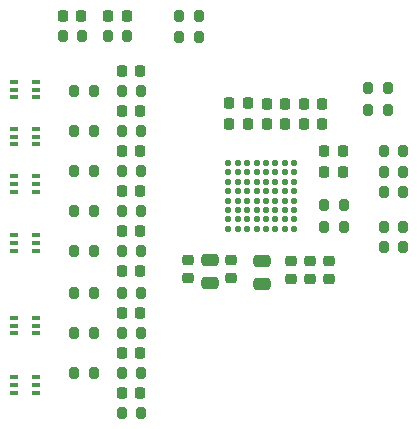
<source format=gbr>
%TF.GenerationSoftware,KiCad,Pcbnew,(7.0.0)*%
%TF.CreationDate,2023-04-27T19:26:51+01:00*%
%TF.ProjectId,OpenBCI_ESP32_ADS1298,4f70656e-4243-4495-9f45-535033325f41,rev?*%
%TF.SameCoordinates,Original*%
%TF.FileFunction,Paste,Top*%
%TF.FilePolarity,Positive*%
%FSLAX46Y46*%
G04 Gerber Fmt 4.6, Leading zero omitted, Abs format (unit mm)*
G04 Created by KiCad (PCBNEW (7.0.0)) date 2023-04-27 19:26:51*
%MOMM*%
%LPD*%
G01*
G04 APERTURE LIST*
G04 Aperture macros list*
%AMRoundRect*
0 Rectangle with rounded corners*
0 $1 Rounding radius*
0 $2 $3 $4 $5 $6 $7 $8 $9 X,Y pos of 4 corners*
0 Add a 4 corners polygon primitive as box body*
4,1,4,$2,$3,$4,$5,$6,$7,$8,$9,$2,$3,0*
0 Add four circle primitives for the rounded corners*
1,1,$1+$1,$2,$3*
1,1,$1+$1,$4,$5*
1,1,$1+$1,$6,$7*
1,1,$1+$1,$8,$9*
0 Add four rect primitives between the rounded corners*
20,1,$1+$1,$2,$3,$4,$5,0*
20,1,$1+$1,$4,$5,$6,$7,0*
20,1,$1+$1,$6,$7,$8,$9,0*
20,1,$1+$1,$8,$9,$2,$3,0*%
G04 Aperture macros list end*
%ADD10RoundRect,0.225000X-0.225000X-0.250000X0.225000X-0.250000X0.225000X0.250000X-0.225000X0.250000X0*%
%ADD11RoundRect,0.250000X-0.475000X0.250000X-0.475000X-0.250000X0.475000X-0.250000X0.475000X0.250000X0*%
%ADD12RoundRect,0.225000X-0.250000X0.225000X-0.250000X-0.225000X0.250000X-0.225000X0.250000X0.225000X0*%
%ADD13RoundRect,0.200000X0.200000X0.275000X-0.200000X0.275000X-0.200000X-0.275000X0.200000X-0.275000X0*%
%ADD14R,0.650000X0.400000*%
%ADD15C,0.554000*%
%ADD16RoundRect,0.225000X0.225000X0.250000X-0.225000X0.250000X-0.225000X-0.250000X0.225000X-0.250000X0*%
%ADD17RoundRect,0.200000X-0.200000X-0.275000X0.200000X-0.275000X0.200000X0.275000X-0.200000X0.275000X0*%
G04 APERTURE END LIST*
D10*
%TO.C,C1*%
X119225000Y-87300000D03*
X120775000Y-87300000D03*
%TD*%
%TO.C,C2*%
X119225000Y-83900000D03*
X120775000Y-83900000D03*
%TD*%
%TO.C,C3*%
X119225000Y-80400000D03*
X120775000Y-80400000D03*
%TD*%
%TO.C,C4*%
X119225000Y-77000000D03*
X120775000Y-77000000D03*
%TD*%
%TO.C,C5*%
X119225000Y-73600000D03*
X120775000Y-73600000D03*
%TD*%
%TO.C,C6*%
X119225000Y-70200000D03*
X120775000Y-70200000D03*
%TD*%
%TO.C,C7*%
X119225000Y-66800000D03*
X120775000Y-66800000D03*
%TD*%
%TO.C,C8*%
X119225000Y-63400000D03*
X120775000Y-63400000D03*
%TD*%
D11*
%TO.C,C17*%
X131030000Y-79540000D03*
X131030000Y-81440000D03*
%TD*%
D12*
%TO.C,C18*%
X136700000Y-79490000D03*
X136700000Y-81040000D03*
%TD*%
D10*
%TO.C,C19*%
X131465000Y-66190000D03*
X133015000Y-66190000D03*
%TD*%
%TO.C,C20*%
X131465000Y-67890000D03*
X133015000Y-67890000D03*
%TD*%
D12*
%TO.C,C21*%
X124830000Y-79400000D03*
X124830000Y-80950000D03*
%TD*%
D11*
%TO.C,C22*%
X126630000Y-79450000D03*
X126630000Y-81350000D03*
%TD*%
D12*
%TO.C,C23*%
X128430000Y-79420000D03*
X128430000Y-80970000D03*
%TD*%
D10*
%TO.C,C25*%
X136350000Y-71995000D03*
X137900000Y-71995000D03*
%TD*%
%TO.C,C26*%
X136355000Y-70195000D03*
X137905000Y-70195000D03*
%TD*%
%TO.C,C27*%
X134615000Y-67910000D03*
X136165000Y-67910000D03*
%TD*%
%TO.C,C28*%
X134635000Y-66200000D03*
X136185000Y-66200000D03*
%TD*%
D12*
%TO.C,C29*%
X133550000Y-79490000D03*
X133550000Y-81040000D03*
%TD*%
%TO.C,C30*%
X135130000Y-79490000D03*
X135130000Y-81040000D03*
%TD*%
D10*
%TO.C,C31*%
X128305000Y-67910000D03*
X129855000Y-67910000D03*
%TD*%
%TO.C,C32*%
X128295000Y-66180000D03*
X129845000Y-66180000D03*
%TD*%
D13*
%TO.C,R1*%
X120825000Y-89000000D03*
X119175000Y-89000000D03*
%TD*%
%TO.C,R2*%
X120825000Y-85600000D03*
X119175000Y-85600000D03*
%TD*%
%TO.C,R3*%
X120825000Y-82200000D03*
X119175000Y-82200000D03*
%TD*%
%TO.C,R4*%
X120825000Y-78700000D03*
X119175000Y-78700000D03*
%TD*%
%TO.C,R5*%
X120825000Y-75300000D03*
X119175000Y-75300000D03*
%TD*%
%TO.C,R6*%
X120825000Y-71900000D03*
X119175000Y-71900000D03*
%TD*%
%TO.C,R7*%
X120825000Y-68500000D03*
X119175000Y-68500000D03*
%TD*%
%TO.C,R8*%
X120825000Y-65100000D03*
X119175000Y-65100000D03*
%TD*%
%TO.C,R9*%
X116825000Y-89000000D03*
X115175000Y-89000000D03*
%TD*%
%TO.C,R10*%
X116825000Y-85600000D03*
X115175000Y-85600000D03*
%TD*%
%TO.C,R11*%
X116825000Y-82200000D03*
X115175000Y-82200000D03*
%TD*%
%TO.C,R12*%
X116825000Y-78700000D03*
X115175000Y-78700000D03*
%TD*%
%TO.C,R13*%
X116825000Y-75300000D03*
X115175000Y-75300000D03*
%TD*%
%TO.C,R14*%
X116825000Y-71900000D03*
X115175000Y-71900000D03*
%TD*%
%TO.C,R15*%
X116825000Y-68500000D03*
X115175000Y-68500000D03*
%TD*%
%TO.C,R16*%
X116825000Y-65100000D03*
X115175000Y-65100000D03*
%TD*%
D14*
%TO.C,U1*%
X110049999Y-89349999D03*
X110049999Y-89999999D03*
X110049999Y-90649999D03*
X111949999Y-90649999D03*
X111949999Y-89999999D03*
X111949999Y-89349999D03*
%TD*%
%TO.C,U2*%
X110049999Y-84349999D03*
X110049999Y-84999999D03*
X110049999Y-85649999D03*
X111949999Y-85649999D03*
X111949999Y-84999999D03*
X111949999Y-84349999D03*
%TD*%
%TO.C,U3*%
X110049999Y-77349999D03*
X110049999Y-77999999D03*
X110049999Y-78649999D03*
X111949999Y-78649999D03*
X111949999Y-77999999D03*
X111949999Y-77349999D03*
%TD*%
%TO.C,U4*%
X110049999Y-72349999D03*
X110049999Y-72999999D03*
X110049999Y-73649999D03*
X111949999Y-73649999D03*
X111949999Y-72999999D03*
X111949999Y-72349999D03*
%TD*%
%TO.C,U5*%
X110049999Y-68349999D03*
X110049999Y-68999999D03*
X110049999Y-69649999D03*
X111949999Y-69649999D03*
X111949999Y-68999999D03*
X111949999Y-68349999D03*
%TD*%
%TO.C,U6*%
X110049999Y-64349999D03*
X110049999Y-64999999D03*
X110049999Y-65649999D03*
X111949999Y-65649999D03*
X111949999Y-64999999D03*
X111949999Y-64349999D03*
%TD*%
D15*
%TO.C,U7*%
X128200000Y-71200000D03*
X129000000Y-71200000D03*
X129800000Y-71200000D03*
X130600000Y-71200000D03*
X131400000Y-71200000D03*
X132200000Y-71200000D03*
X133000000Y-71200000D03*
X133800000Y-71200000D03*
X128200000Y-72000000D03*
X129000000Y-72000000D03*
X129800000Y-72000000D03*
X130600000Y-72000000D03*
X131400000Y-72000000D03*
X132200000Y-72000000D03*
X133000000Y-72000000D03*
X133800000Y-72000000D03*
X128200000Y-72800000D03*
X129000000Y-72800000D03*
X129800000Y-72800000D03*
X130600000Y-72800000D03*
X131400000Y-72800000D03*
X132200000Y-72800000D03*
X133000000Y-72800000D03*
X133800000Y-72800000D03*
X128200000Y-73600000D03*
X129000000Y-73600000D03*
X129800000Y-73600000D03*
X130600000Y-73600000D03*
X131400000Y-73600000D03*
X132200000Y-73600000D03*
X133000000Y-73600000D03*
X133800000Y-73600000D03*
X128200000Y-74400000D03*
X129000000Y-74400000D03*
X129800000Y-74400000D03*
X130600000Y-74400000D03*
X131400000Y-74400000D03*
X132200000Y-74400000D03*
X133000000Y-74400000D03*
X133800000Y-74400000D03*
X128200000Y-75200000D03*
X129000000Y-75200000D03*
X129800000Y-75200000D03*
X130600000Y-75200000D03*
X131400000Y-75200000D03*
X132200000Y-75200000D03*
X133000000Y-75200000D03*
X133800000Y-75200000D03*
X128200000Y-76000000D03*
X129000000Y-76000000D03*
X129800000Y-76000000D03*
X130600000Y-76000000D03*
X131400000Y-76000000D03*
X132200000Y-76000000D03*
X133000000Y-76000000D03*
X133800000Y-76000000D03*
X128200000Y-76800000D03*
X129000000Y-76800000D03*
X129800000Y-76800000D03*
X130600000Y-76800000D03*
X131400000Y-76800000D03*
X132200000Y-76800000D03*
X133000000Y-76800000D03*
X133800000Y-76800000D03*
%TD*%
D13*
%TO.C,R18*%
X143035000Y-76640000D03*
X141385000Y-76640000D03*
%TD*%
%TO.C,R19*%
X143035000Y-78340000D03*
X141385000Y-78340000D03*
%TD*%
%TO.C,R20*%
X143025000Y-72000000D03*
X141375000Y-72000000D03*
%TD*%
%TO.C,R21*%
X143025000Y-73700000D03*
X141375000Y-73700000D03*
%TD*%
D16*
%TO.C,C33*%
X115775000Y-58775000D03*
X114225000Y-58775000D03*
%TD*%
%TO.C,C34*%
X120775000Y-90700000D03*
X119225000Y-90700000D03*
%TD*%
D13*
%TO.C,R22*%
X115825000Y-60475000D03*
X114175000Y-60475000D03*
%TD*%
%TO.C,R23*%
X120825000Y-92400000D03*
X119175000Y-92400000D03*
%TD*%
D17*
%TO.C,R24*%
X118000000Y-60500000D03*
X119650000Y-60500000D03*
%TD*%
D13*
%TO.C,R25*%
X143040000Y-70240000D03*
X141390000Y-70240000D03*
%TD*%
D17*
%TO.C,R26*%
X136315000Y-76640000D03*
X137965000Y-76640000D03*
%TD*%
%TO.C,R17*%
X136315000Y-74800000D03*
X137965000Y-74800000D03*
%TD*%
D16*
%TO.C,C9*%
X119600000Y-58800000D03*
X118050000Y-58800000D03*
%TD*%
D17*
%TO.C,R29*%
X140050000Y-66700000D03*
X141700000Y-66700000D03*
%TD*%
D13*
%TO.C,R30*%
X125715000Y-58810000D03*
X124065000Y-58810000D03*
%TD*%
D17*
%TO.C,R28*%
X140050000Y-64900000D03*
X141700000Y-64900000D03*
%TD*%
D13*
%TO.C,R27*%
X125700000Y-60530000D03*
X124050000Y-60530000D03*
%TD*%
M02*

</source>
